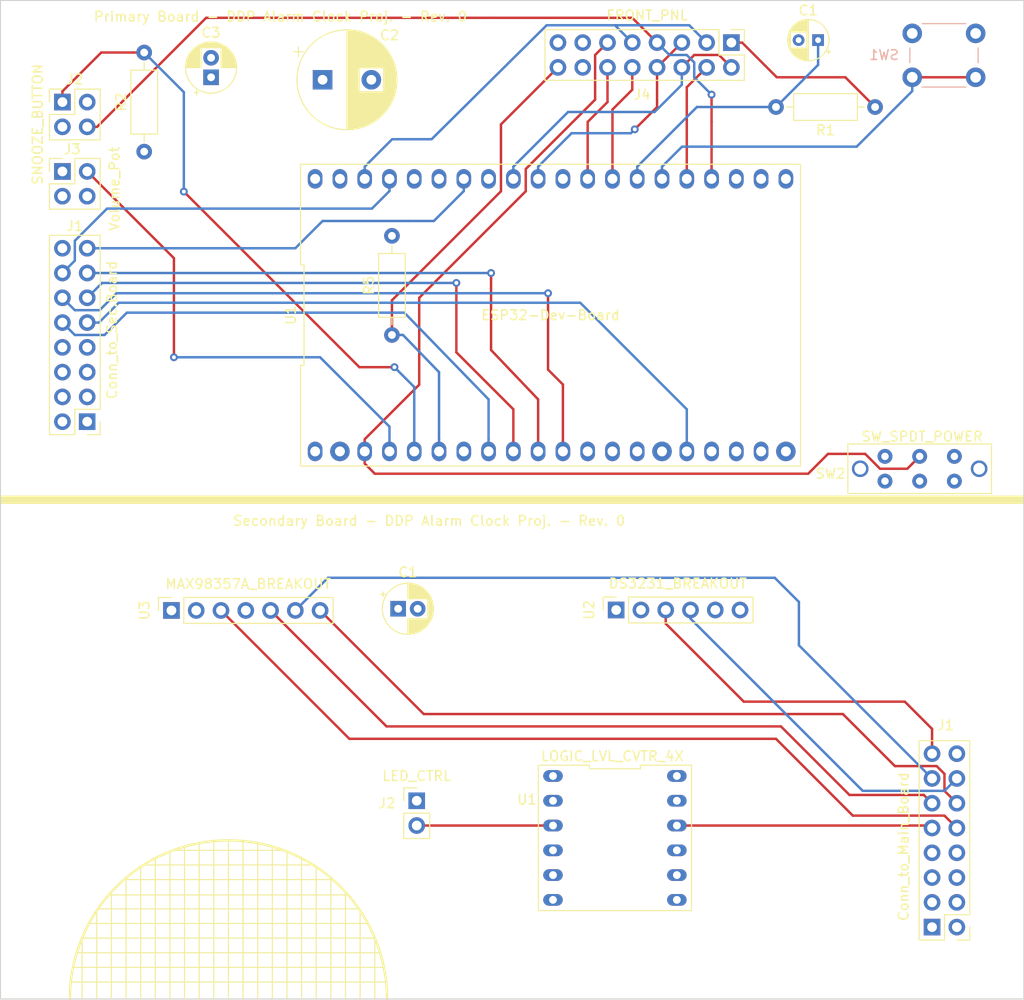
<source format=kicad_pcb>
(kicad_pcb (version 20171130) (host pcbnew "(5.1.5)-3")
  (layers (0 F.Cu signal) (1 PWR power hide) (2 GND power hide) (31 B.Cu signal) (34 B.Paste user) (35 F.Paste user) (36 B.SilkS user) (37 F.SilkS user) (38 B.Mask user) (39 F.Mask user) (44 Edge.Cuts user))
  (net 0 "")
  (net 1 GND)
  (net 2 "Net-(C1-Pad1)")
  (net 3 +5V)
  (net 4 +3V3)
  (net 5 /I2C_SDA)
  (net 6 /I2C_SCL)
  (net 7 /AUDIO_BCLK)
  (net 8 /AUDIO_LRC)
  (net 9 /AUDIO_DIN)
  (net 10 /AUDIO_SD)
  (net 11 /LED_CTRL)
  (net 12 /DIMMING)
  (net 13 /SNOOZE_SWITCH)
  (net 14 /VOLUME_SIG)
  (net 15 /T_IRQ)
  (net 16 /MISO)
  (net 17 /MOSI)
  (net 18 /T_CS)
  (net 19 /SCK)
  (net 20 /DC)
  (net 21 /RESET)
  (net 22 /CS)
  (net 23 /LIGHT_SENSE)
  (net 24 "Net-(SW1-Pad1)")
  (net 25 "Net-(SW2-Pad1)")
  (net 26 "Net-(U1-Pad0)")
  (net 27 "Net-(U1-Pad35)")
  (net 28 "Net-(U1-Pad34)")
  (net 29 "Net-(U1-Pad6)")
  (net 30 "Net-(U1-Pad29)")
  (net 31 "Net-(U1-Pad11)")
  (net 32 "Net-(U1-Pad12)")
  (net 33 "Net-(U1-Pad13)")
  (net 34 "Net-(U1-Pad16)")
  (net 35 "Net-(U1-Pad22)")
  (net 36 "Net-(U1-Pad17)")
  (net 37 "Net-(U1-Pad21)")
  (net 38 "Net-(U1-Pad18)")
  (net 39 "Net-(U1-Pad20)")
  (net 40 /LED_CTRL_5V)
  (net 41 "Net-(U1-Pad7)")
  (net 42 "Net-(U1-Pad5)")
  (net 43 "Net-(U1-Pad8)")
  (net 44 "Net-(U1-Pad4)")
  (net 45 "Net-(U1-Pad9)")
  (net 46 "Net-(U2-Pad6)")
  (net 47 "Net-(U2-Pad5)")
  (net 48 /AUDIO_SD_S)
  (net 49 /LED_CTRL_S)
  (net 50 /AUDIO_LRC_S)
  (net 51 /AUDIO_DIN_S)
  (net 52 /I2C_SCL_S)
  (net 53 /AUDIO_BCLK_S)
  (net 54 /I2C_SDA_S)
  (module AlarmClock:SW_SK22H03_2P2T_RA (layer F.Cu) (at 178.562 89.154)
    (fp_text reference SW2 (at -1.778 -2.032) (layer F.SilkS))
    (fp_text value SW_SPDT_POWER (at 7.62 -5.842) (layer F.SilkS))
    (pad "" np_thru_hole circle (at 13.462 -2.54) (size 1.7 1.7) (drill 1.2) (layers *.Cu *.Mask))
    (pad "" np_thru_hole circle (at 1.27 -2.54) (size 1.7 1.7) (drill 1.2) (layers *.Cu *.Mask))
    (pad 2 thru_hole circle (at 7.366 -3.81) (size 1.524 1.524) (drill 0.762) (layers *.Cu *.Mask) (net 21 /RESET))
    (pad 3 thru_hole circle (at 10.922 -3.81) (size 1.524 1.524) (drill 0.762) (layers *.Cu *.Mask) (net 1 GND))
    (pad 1 thru_hole circle (at 3.81 -3.81) (size 1.524 1.524) (drill 0.762) (layers *.Cu *.Mask) (net 25 "Net-(SW2-Pad1)"))
    (pad 6 thru_hole circle (at 10.922 -1.27) (size 1.524 1.524) (drill 0.762) (layers *.Cu *.Mask))
    (pad 5 thru_hole circle (at 7.366 -1.27) (size 1.524 1.524) (drill 0.762) (layers *.Cu *.Mask))
    (pad 4 thru_hole circle (at 3.81 -1.27) (size 1.524 1.524) (drill 0.762) (layers *.Cu *.Mask))
  )
  (module Button_Switch_THT:SW_PUSH_6mm (layer B.Cu) (at 185.166 46.482)
    (fp_text reference SW1 (at -2.8956 -2.286) (layer B.SilkS) (effects (justify mirror)))
    (fp_text value SW_Push_BOOT)
    (pad 1 thru_hole circle (at 6.5 0 270) (size 2 2) (drill 1.1) (layers *.Cu *.Mask) (net 24 "Net-(SW1-Pad1)"))
    (pad 2 thru_hole circle (at 6.5 -4.5 270) (size 2 2) (drill 1.1) (layers *.Cu *.Mask) (net 1 GND))
    (pad 1 thru_hole circle (at 0 0 270) (size 2 2) (drill 1.1) (layers *.Cu *.Mask) (net 24 "Net-(SW1-Pad1)"))
    (pad 2 thru_hole circle (at 0 -4.5 270) (size 2 2) (drill 1.1) (layers *.Cu *.Mask) (net 1 GND))
  )
  (module Resistor_THT:R_Axial_DIN0207_L6.3mm_D2.5mm_P10.16mm_Horizontal (layer F.Cu) (at 106.426 54.102 90)
    (fp_text reference R2 (at 5.08 -2.37 90) (layer F.SilkS))
    (fp_text value R_US_5K)
    (pad 1 thru_hole circle (at 0 0 90) (size 1.6 1.6) (drill 0.8) (layers *.Cu *.Mask) (net 4 +3V3))
    (pad 2 thru_hole oval (at 10.16 0 90) (size 1.6 1.6) (drill 0.8) (layers *.Cu *.Mask) (net 13 /SNOOZE_SWITCH))
  )
  (module Connector_PinHeader_2.54mm:PinHeader_2x02_P2.54mm_Vertical (layer F.Cu) (at 98.044 49.022)
    (fp_text reference J2 (at 1.27 -2.33) (layer F.SilkS))
    (fp_text value SNOOZE_BUTTON (at -2.54 2.286 90) (layer F.SilkS))
    (pad 4 thru_hole oval (at 2.54 2.54) (size 1.7 1.7) (drill 1) (layers *.Cu *.Mask) (net 12 /DIMMING))
    (pad 3 thru_hole oval (at 0 2.54) (size 1.7 1.7) (drill 1) (layers *.Cu *.Mask) (net 1 GND))
    (pad 2 thru_hole oval (at 2.54 0) (size 1.7 1.7) (drill 1) (layers *.Cu *.Mask) (net 1 GND))
    (pad 1 thru_hole rect (at 0 0) (size 1.7 1.7) (drill 1) (layers *.Cu *.Mask) (net 13 /SNOOZE_SWITCH))
  )
  (module Capacitor_THT:CP_Radial_D10.0mm_P5.00mm (layer F.Cu) (at 124.714 46.736)
    (fp_text reference C2 (at 6.858 -4.572) (layer F.SilkS))
    (fp_text value CP_1000uF)
    (pad 2 thru_hole circle (at 5 0) (size 2 2) (drill 1) (layers *.Cu *.Mask) (net 1 GND))
    (pad 1 thru_hole rect (at 0 0) (size 2 2) (drill 1) (layers *.Cu *.Mask) (net 3 +5V))
  )
  (module Connector_PinHeader_2.54mm:PinHeader_2x08_P2.54mm_Vertical (layer F.Cu) (at 166.624 42.926 270)
    (fp_text reference J4 (at 5.334 9.144 180) (layer F.SilkS))
    (fp_text value FRONT_PNL (at -2.794 8.636 180) (layer F.SilkS))
    (pad 1 thru_hole rect (at 0 0 270) (size 1.7 1.7) (drill 1) (layers *.Cu *.Mask) (net 15 /T_IRQ))
    (pad 2 thru_hole oval (at 2.54 0 270) (size 1.7 1.7) (drill 1) (layers *.Cu *.Mask) (net 16 /MISO))
    (pad 3 thru_hole oval (at 0 2.54 270) (size 1.7 1.7) (drill 1) (layers *.Cu *.Mask) (net 17 /MOSI))
    (pad 4 thru_hole oval (at 2.54 2.54 270) (size 1.7 1.7) (drill 1) (layers *.Cu *.Mask) (net 18 /T_CS))
    (pad 5 thru_hole oval (at 0 5.08 270) (size 1.7 1.7) (drill 1) (layers *.Cu *.Mask) (net 19 /SCK))
    (pad 6 thru_hole oval (at 2.54 5.08 270) (size 1.7 1.7) (drill 1) (layers *.Cu *.Mask) (net 16 /MISO))
    (pad 7 thru_hole oval (at 0 7.62 270) (size 1.7 1.7) (drill 1) (layers *.Cu *.Mask) (net 12 /DIMMING))
    (pad 8 thru_hole oval (at 2.54 7.62 270) (size 1.7 1.7) (drill 1) (layers *.Cu *.Mask) (net 19 /SCK))
    (pad 9 thru_hole oval (at 0 10.16 270) (size 1.7 1.7) (drill 1) (layers *.Cu *.Mask) (net 17 /MOSI))
    (pad 10 thru_hole oval (at 2.54 10.16 270) (size 1.7 1.7) (drill 1) (layers *.Cu *.Mask) (net 20 /DC))
    (pad 11 thru_hole oval (at 0 12.7 270) (size 1.7 1.7) (drill 1) (layers *.Cu *.Mask) (net 21 /RESET))
    (pad 12 thru_hole oval (at 2.54 12.7 270) (size 1.7 1.7) (drill 1) (layers *.Cu *.Mask) (net 22 /CS))
    (pad 13 thru_hole oval (at 0 15.24 270) (size 1.7 1.7) (drill 1) (layers *.Cu *.Mask) (net 1 GND))
    (pad 14 thru_hole oval (at 2.54 15.24 270) (size 1.7 1.7) (drill 1) (layers *.Cu *.Mask) (net 4 +3V3))
    (pad 15 thru_hole oval (at 0 17.78 270) (size 1.7 1.7) (drill 1) (layers *.Cu *.Mask) (net 4 +3V3))
    (pad 16 thru_hole oval (at 2.54 17.78 270) (size 1.7 1.7) (drill 1) (layers *.Cu *.Mask) (net 23 /LIGHT_SENSE))
  )
  (module AlarmClock:ESP32_DEV_BOARD (layer F.Cu) (at 148.082 70.866)
    (fp_text reference U1 (at -26.63 0 90) (layer F.SilkS))
    (fp_text value ESP32-Dev-Board (at 0 0) (layer F.SilkS))
    (pad 0 thru_hole oval (at -24.13 -13.97) (size 1.5 2) (drill 1.02) (layers *.Cu *.Mask) (net 26 "Net-(U1-Pad0)"))
    (pad 0 thru_hole oval (at -24.13 13.97) (size 1.5 2) (drill 1.02) (layers *.Cu *.Mask) (net 26 "Net-(U1-Pad0)"))
    (pad 38 thru_hole oval (at -21.59 -13.97) (size 1.5 2) (drill 1.02) (layers *.Cu *.Mask) (net 1 GND))
    (pad 1 thru_hole circle (at -21.59 13.97) (size 2 2) (drill 1.02) (layers *.Cu *.Mask) (net 4 +3V3))
    (pad 37 thru_hole oval (at -19.05 -13.97) (size 1.5 2) (drill 1.02) (layers *.Cu *.Mask) (net 17 /MOSI))
    (pad 2 thru_hole oval (at -19.05 13.97) (size 1.5 2) (drill 1.02) (layers *.Cu *.Mask) (net 21 /RESET))
    (pad 36 thru_hole oval (at -16.51 -13.97) (size 1.5 2) (drill 1.02) (layers *.Cu *.Mask) (net 6 /I2C_SCL))
    (pad 3 thru_hole oval (at -16.51 13.97) (size 1.5 2) (drill 1.02) (layers *.Cu *.Mask) (net 14 /VOLUME_SIG))
    (pad 35 thru_hole oval (at -13.97 -13.97) (size 1.5 2) (drill 1.02) (layers *.Cu *.Mask) (net 27 "Net-(U1-Pad35)"))
    (pad 4 thru_hole oval (at -13.97 13.97) (size 1.5 2) (drill 1.02) (layers *.Cu *.Mask) (net 13 /SNOOZE_SWITCH))
    (pad 34 thru_hole oval (at -11.43 -13.97) (size 1.5 2) (drill 1.02) (layers *.Cu *.Mask) (net 28 "Net-(U1-Pad34)"))
    (pad 5 thru_hole oval (at -11.43 13.97) (size 1.5 2) (drill 1.02) (layers *.Cu *.Mask) (net 23 /LIGHT_SENSE))
    (pad 33 thru_hole oval (at -8.89 -13.97) (size 1.5 2) (drill 1.02) (layers *.Cu *.Mask) (net 5 /I2C_SDA))
    (pad 6 thru_hole oval (at -8.89 13.97) (size 1.5 2) (drill 1.02) (layers *.Cu *.Mask) (net 29 "Net-(U1-Pad6)"))
    (pad 32 thru_hole oval (at -6.35 -13.97) (size 1.5 2) (drill 1.02) (layers *.Cu *.Mask) (net 1 GND))
    (pad 7 thru_hole oval (at -6.35 13.97) (size 1.5 2) (drill 1.02) (layers *.Cu *.Mask) (net 10 /AUDIO_SD))
    (pad 31 thru_hole oval (at -3.81 -13.97) (size 1.5 2) (drill 1.02) (layers *.Cu *.Mask) (net 16 /MISO))
    (pad 8 thru_hole oval (at -3.81 13.97) (size 1.5 2) (drill 1.02) (layers *.Cu *.Mask) (net 9 /AUDIO_DIN))
    (pad 30 thru_hole oval (at -1.27 -13.97) (size 1.5 2) (drill 1.02) (layers *.Cu *.Mask) (net 19 /SCK))
    (pad 9 thru_hole oval (at -1.27 13.97) (size 1.5 2) (drill 1.02) (layers *.Cu *.Mask) (net 7 /AUDIO_BCLK))
    (pad 29 thru_hole oval (at 1.27 -13.97) (size 1.5 2) (drill 1.02) (layers *.Cu *.Mask) (net 30 "Net-(U1-Pad29)"))
    (pad 10 thru_hole oval (at 1.27 13.97) (size 1.5 2) (drill 1.02) (layers *.Cu *.Mask) (net 8 /AUDIO_LRC))
    (pad 28 thru_hole oval (at 3.81 -13.97) (size 1.5 2) (drill 1.02) (layers *.Cu *.Mask) (net 22 /CS))
    (pad 11 thru_hole oval (at 3.81 13.97) (size 1.5 2) (drill 1.02) (layers *.Cu *.Mask) (net 31 "Net-(U1-Pad11)"))
    (pad 27 thru_hole oval (at 6.35 -13.97) (size 1.5 2) (drill 1.02) (layers *.Cu *.Mask) (net 20 /DC))
    (pad 12 thru_hole oval (at 6.35 13.97) (size 1.5 2) (drill 1.02) (layers *.Cu *.Mask) (net 32 "Net-(U1-Pad12)"))
    (pad 26 thru_hole oval (at 8.89 -13.97) (size 1.5 2) (drill 1.02) (layers *.Cu *.Mask) (net 2 "Net-(C1-Pad1)"))
    (pad 13 thru_hole oval (at 8.89 13.97) (size 1.5 2) (drill 1.02) (layers *.Cu *.Mask) (net 33 "Net-(U1-Pad13)"))
    (pad 25 thru_hole oval (at 11.43 -13.97) (size 1.5 2) (drill 1.02) (layers *.Cu *.Mask) (net 24 "Net-(SW1-Pad1)"))
    (pad 14 thru_hole circle (at 11.43 13.97) (size 2 2) (drill 1.02) (layers *.Cu *.Mask) (net 1 GND))
    (pad 24 thru_hole oval (at 13.97 -13.97) (size 1.5 2) (drill 1.02) (layers *.Cu *.Mask) (net 18 /T_CS))
    (pad 15 thru_hole oval (at 13.97 13.97) (size 1.5 2) (drill 1.02) (layers *.Cu *.Mask) (net 11 /LED_CTRL))
    (pad 23 thru_hole oval (at 16.51 -13.97) (size 1.5 2) (drill 1.02) (layers *.Cu *.Mask) (net 12 /DIMMING))
    (pad 16 thru_hole oval (at 16.51 13.97) (size 1.5 2) (drill 1.02) (layers *.Cu *.Mask) (net 34 "Net-(U1-Pad16)"))
    (pad 22 thru_hole oval (at 19.05 -13.97) (size 1.5 2) (drill 1.02) (layers *.Cu *.Mask) (net 35 "Net-(U1-Pad22)"))
    (pad 17 thru_hole oval (at 19.05 13.97) (size 1.5 2) (drill 1.02) (layers *.Cu *.Mask) (net 36 "Net-(U1-Pad17)"))
    (pad 21 thru_hole oval (at 21.59 -13.97) (size 1.5 2) (drill 1.02) (layers *.Cu *.Mask) (net 37 "Net-(U1-Pad21)"))
    (pad 18 thru_hole oval (at 21.59 13.97) (size 1.5 2) (drill 1.02) (layers *.Cu *.Mask) (net 38 "Net-(U1-Pad18)"))
    (pad 20 thru_hole oval (at 24.13 -13.97) (size 1.5 2) (drill 1.02) (layers *.Cu *.Mask) (net 39 "Net-(U1-Pad20)"))
    (pad 19 thru_hole circle (at 24.13 13.97) (size 2 2) (drill 1.02) (layers *.Cu *.Mask) (net 3 +5V))
  )
  (module Connector_PinHeader_2.54mm:PinHeader_2x08_P2.54mm_Vertical (layer F.Cu) (at 100.584 81.788 180)
    (fp_text reference J1 (at 1.27 20.066) (layer F.SilkS))
    (fp_text value Conn_to_Sec.Board (at -2.54 9.398 90) (layer F.SilkS))
    (pad 16 thru_hole oval (at 2.54 17.78 180) (size 1.7 1.7) (drill 1) (layers *.Cu *.Mask))
    (pad 15 thru_hole oval (at 0 17.78 180) (size 1.7 1.7) (drill 1) (layers *.Cu *.Mask) (net 5 /I2C_SDA))
    (pad 14 thru_hole oval (at 2.54 15.24 180) (size 1.7 1.7) (drill 1) (layers *.Cu *.Mask) (net 6 /I2C_SCL))
    (pad 13 thru_hole oval (at 0 15.24 180) (size 1.7 1.7) (drill 1) (layers *.Cu *.Mask) (net 7 /AUDIO_BCLK))
    (pad 12 thru_hole oval (at 2.54 12.7 180) (size 1.7 1.7) (drill 1) (layers *.Cu *.Mask) (net 8 /AUDIO_LRC))
    (pad 11 thru_hole oval (at 0 12.7 180) (size 1.7 1.7) (drill 1) (layers *.Cu *.Mask) (net 9 /AUDIO_DIN))
    (pad 10 thru_hole oval (at 2.54 10.16 180) (size 1.7 1.7) (drill 1) (layers *.Cu *.Mask) (net 10 /AUDIO_SD))
    (pad 9 thru_hole oval (at 0 10.16 180) (size 1.7 1.7) (drill 1) (layers *.Cu *.Mask) (net 11 /LED_CTRL))
    (pad 8 thru_hole oval (at 2.54 7.62 180) (size 1.7 1.7) (drill 1) (layers *.Cu *.Mask) (net 4 +3V3))
    (pad 7 thru_hole oval (at 0 7.62 180) (size 1.7 1.7) (drill 1) (layers *.Cu *.Mask) (net 4 +3V3))
    (pad 6 thru_hole oval (at 2.54 5.08 180) (size 1.7 1.7) (drill 1) (layers *.Cu *.Mask) (net 1 GND))
    (pad 5 thru_hole oval (at 0 5.08 180) (size 1.7 1.7) (drill 1) (layers *.Cu *.Mask) (net 1 GND))
    (pad 4 thru_hole oval (at 2.54 2.54 180) (size 1.7 1.7) (drill 1) (layers *.Cu *.Mask) (net 3 +5V))
    (pad 3 thru_hole oval (at 0 2.54 180) (size 1.7 1.7) (drill 1) (layers *.Cu *.Mask) (net 3 +5V))
    (pad 2 thru_hole oval (at 2.54 0 180) (size 1.7 1.7) (drill 1) (layers *.Cu *.Mask) (net 1 GND))
    (pad 1 thru_hole rect (at 0 0 180) (size 1.7 1.7) (drill 1) (layers *.Cu *.Mask) (net 1 GND))
  )
  (module Connector_PinHeader_2.54mm:PinHeader_2x02_P2.54mm_Vertical (layer F.Cu) (at 98.044 56.134)
    (fp_text reference J3 (at 1.016 -2.286) (layer F.SilkS))
    (fp_text value Volume_Pot (at 5.334 1.778 90) (layer F.SilkS))
    (pad 1 thru_hole rect (at 0 0) (size 1.7 1.7) (drill 1) (layers *.Cu *.Mask) (net 4 +3V3))
    (pad 2 thru_hole oval (at 2.54 0) (size 1.7 1.7) (drill 1) (layers *.Cu *.Mask) (net 14 /VOLUME_SIG))
    (pad 3 thru_hole oval (at 0 2.54) (size 1.7 1.7) (drill 1) (layers *.Cu *.Mask) (net 1 GND))
    (pad 4 thru_hole oval (at 2.54 2.54) (size 1.7 1.7) (drill 1) (layers *.Cu *.Mask))
  )
  (module Resistor_THT:R_Axial_DIN0207_L6.3mm_D2.5mm_P10.16mm_Horizontal (layer F.Cu) (at 181.356 49.53 180)
    (fp_text reference R1 (at 5.08 -2.37) (layer F.SilkS))
    (fp_text value R_5k)
    (pad 2 thru_hole oval (at 10.16 0 180) (size 1.6 1.6) (drill 0.8) (layers *.Cu *.Mask) (net 2 "Net-(C1-Pad1)"))
    (pad 1 thru_hole circle (at 0 0 180) (size 1.6 1.6) (drill 0.8) (layers *.Cu *.Mask) (net 15 /T_IRQ))
  )
  (module Capacitor_THT:CP_Radial_D4.0mm_P2.00mm (layer F.Cu) (at 175.514 42.672 180)
    (fp_text reference C1 (at 1.016 3.048) (layer F.SilkS))
    (fp_text value CP_.1Uf)
    (pad 2 thru_hole circle (at 2 0 180) (size 1.2 1.2) (drill 0.6) (layers *.Cu *.Mask) (net 1 GND))
    (pad 1 thru_hole rect (at 0 0 180) (size 1.2 1.2) (drill 0.6) (layers *.Cu *.Mask) (net 2 "Net-(C1-Pad1)"))
  )
  (module Resistor_THT:R_Axial_DIN0207_L6.3mm_D2.5mm_P10.16mm_Horizontal (layer F.Cu) (at 131.826 72.898 90)
    (fp_text reference R5 (at 5.08 -2.37 90) (layer F.SilkS))
    (fp_text value R_51K)
    (pad 2 thru_hole oval (at 10.16 0 90) (size 1.6 1.6) (drill 0.8) (layers *.Cu *.Mask) (net 1 GND))
    (pad 1 thru_hole circle (at 0 0 90) (size 1.6 1.6) (drill 0.8) (layers *.Cu *.Mask) (net 23 /LIGHT_SENSE))
  )
  (module Capacitor_THT:CP_Radial_D5.0mm_P2.00mm (layer F.Cu) (at 113.284 46.482 90)
    (fp_text reference C3 (at 4.572 0 180) (layer F.SilkS))
    (fp_text value CP_220uF)
    (pad 2 thru_hole circle (at 2 0 90) (size 1.6 1.6) (drill 0.8) (layers *.Cu *.Mask) (net 1 GND))
    (pad 1 thru_hole rect (at 0 0 90) (size 1.6 1.6) (drill 0.8) (layers *.Cu *.Mask) (net 4 +3V3))
  )
  (module Connector_PinSocket_2.54mm:PinSocket_1x06_P2.54mm_Vertical (layer F.Cu) (at 154.813 101.092 90)
    (fp_text reference U2 (at 0 -2.77 90) (layer F.SilkS))
    (fp_text value DS3231_BREAKOUT (at 2.714001 6.313999 180) (layer F.SilkS))
    (pad 6 thru_hole oval (at 0 12.7 90) (size 1.7 1.7) (drill 1) (layers *.Cu *.Mask) (net 46 "Net-(U2-Pad6)"))
    (pad 5 thru_hole oval (at 0 10.16 90) (size 1.7 1.7) (drill 1) (layers *.Cu *.Mask) (net 47 "Net-(U2-Pad5)"))
    (pad 4 thru_hole oval (at 0 7.62 90) (size 1.7 1.7) (drill 1) (layers *.Cu *.Mask) (net 52 /I2C_SCL_S))
    (pad 3 thru_hole oval (at 0 5.08 90) (size 1.7 1.7) (drill 1) (layers *.Cu *.Mask) (net 54 /I2C_SDA_S))
    (pad 2 thru_hole oval (at 0 2.54 90) (size 1.7 1.7) (drill 1) (layers *.Cu *.Mask) (net 4 +3V3))
    (pad 1 thru_hole rect (at 0 0 90) (size 1.7 1.7) (drill 1) (layers *.Cu *.Mask) (net 1 GND))
  )
  (module Connector_PinHeader_2.54mm:PinHeader_1x02_P2.54mm_Vertical (layer F.Cu) (at 134.366 120.65)
    (fp_text reference J2 (at -3.048 0.254) (layer F.SilkS))
    (fp_text value LED_CTRL (at 0 -2.54) (layer F.SilkS))
    (pad 2 thru_hole oval (at 0 2.54) (size 1.7 1.7) (drill 1) (layers *.Cu *.Mask) (net 40 /LED_CTRL_5V))
    (pad 1 thru_hole rect (at 0 0) (size 1.7 1.7) (drill 1) (layers *.Cu *.Mask) (net 1 GND))
  )
  (module AlarmClock:PinHeader_2x08_P2.54mm_Vertical_REV (layer F.Cu) (at 189.738 133.604 180)
    (fp_text reference J1 (at 1.143 20.701) (layer F.SilkS))
    (fp_text value Conn_to_Main_Board (at 5.461 8.255 90) (layer F.SilkS))
    (pad 2 thru_hole circle (at 0 0 180) (size 1.7 1.7) (drill 1) (layers *.Cu *.Mask) (net 1 GND))
    (pad 1 thru_hole rect (at 2.54 0 180) (size 1.7 1.7) (drill 1) (layers *.Cu *.Mask) (net 1 GND))
    (pad 4 thru_hole oval (at 0 2.54 180) (size 1.7 1.7) (drill 1) (layers *.Cu *.Mask) (net 3 +5V))
    (pad 3 thru_hole oval (at 2.54 2.54 180) (size 1.7 1.7) (drill 1) (layers *.Cu *.Mask) (net 3 +5V))
    (pad 6 thru_hole oval (at 0 5.08 180) (size 1.7 1.7) (drill 1) (layers *.Cu *.Mask) (net 1 GND))
    (pad 5 thru_hole oval (at 2.54 5.08 180) (size 1.7 1.7) (drill 1) (layers *.Cu *.Mask) (net 1 GND))
    (pad 8 thru_hole oval (at 0 7.62 180) (size 1.7 1.7) (drill 1) (layers *.Cu *.Mask) (net 4 +3V3))
    (pad 7 thru_hole oval (at 2.54 7.62 180) (size 1.7 1.7) (drill 1) (layers *.Cu *.Mask) (net 4 +3V3))
    (pad 10 thru_hole oval (at 0 10.16 180) (size 1.7 1.7) (drill 1) (layers *.Cu *.Mask) (net 48 /AUDIO_SD_S))
    (pad 9 thru_hole oval (at 2.54 10.16 180) (size 1.7 1.7) (drill 1) (layers *.Cu *.Mask) (net 49 /LED_CTRL_S))
    (pad 12 thru_hole oval (at 0 12.7 180) (size 1.7 1.7) (drill 1) (layers *.Cu *.Mask) (net 50 /AUDIO_LRC_S))
    (pad 11 thru_hole oval (at 2.54 12.7 180) (size 1.7 1.7) (drill 1) (layers *.Cu *.Mask) (net 51 /AUDIO_DIN_S))
    (pad 14 thru_hole oval (at 0 15.24 180) (size 1.7 1.7) (drill 1) (layers *.Cu *.Mask) (net 52 /I2C_SCL_S))
    (pad 13 thru_hole oval (at 2.54 15.24 180) (size 1.7 1.7) (drill 1) (layers *.Cu *.Mask) (net 53 /AUDIO_BCLK_S))
    (pad 16 thru_hole oval (at 0 17.78 180) (size 1.7 1.7) (drill 1) (layers *.Cu *.Mask))
    (pad 15 thru_hole oval (at 2.54 17.78 180) (size 1.7 1.7) (drill 1) (layers *.Cu *.Mask) (net 54 /I2C_SDA_S))
  )
  (module Connector_PinSocket_2.54mm:PinSocket_1x07_P2.54mm_Vertical (layer F.Cu) (at 109.22 101.139001 90)
    (fp_text reference U3 (at 0 -2.77 90) (layer F.SilkS))
    (fp_text value MAX98357A_BREAKOUT (at 2.714001 7.874 180) (layer F.SilkS))
    (pad 7 thru_hole oval (at 0 15.24 90) (size 1.7 1.7) (drill 1) (layers *.Cu *.Mask) (net 50 /AUDIO_LRC_S))
    (pad 6 thru_hole oval (at 0 12.7 90) (size 1.7 1.7) (drill 1) (layers *.Cu *.Mask) (net 53 /AUDIO_BCLK_S))
    (pad 5 thru_hole oval (at 0 10.16 90) (size 1.7 1.7) (drill 1) (layers *.Cu *.Mask) (net 51 /AUDIO_DIN_S))
    (pad 4 thru_hole oval (at 0 7.62 90) (size 1.7 1.7) (drill 1) (layers *.Cu *.Mask) (net 4 +3V3))
    (pad 3 thru_hole oval (at 0 5.08 90) (size 1.7 1.7) (drill 1) (layers *.Cu *.Mask) (net 48 /AUDIO_SD_S))
    (pad 2 thru_hole oval (at 0 2.54 90) (size 1.7 1.7) (drill 1) (layers *.Cu *.Mask) (net 1 GND))
    (pad 1 thru_hole rect (at 0 0 90) (size 1.7 1.7) (drill 1) (layers *.Cu *.Mask) (net 4 +3V3))
  )
  (module AlarmClock:LOGIC_LVL_CVTR_X4 (layer F.Cu) (at 147.066 132.08)
    (fp_text reference U1 (at -1.397 -11.557) (layer F.SilkS))
    (fp_text value LOGIC_LVL_CVTR_4X (at 7.366 -16.002) (layer F.SilkS))
    (pad 6 thru_hole oval (at 1.27 -1.27 270) (size 1.2 2) (drill 0.8) (layers *.Cu *.Mask) (net 29 "Net-(U1-Pad6)"))
    (pad 7 thru_hole oval (at 13.97 -1.27 270) (size 1.2 2) (drill 0.8) (layers *.Cu *.Mask) (net 41 "Net-(U1-Pad7)"))
    (pad 5 thru_hole oval (at 1.27 -3.81 270) (size 1.2 2) (drill 0.8) (layers *.Cu *.Mask) (net 42 "Net-(U1-Pad5)"))
    (pad 8 thru_hole oval (at 13.97 -3.81 270) (size 1.2 2) (drill 0.8) (layers *.Cu *.Mask) (net 43 "Net-(U1-Pad8)"))
    (pad 4 thru_hole oval (at 1.27 -6.35 270) (size 1.2 2) (drill 0.8) (layers *.Cu *.Mask) (net 44 "Net-(U1-Pad4)"))
    (pad 9 thru_hole oval (at 13.97 -6.35 270) (size 1.2 2) (drill 0.8) (layers *.Cu *.Mask) (net 45 "Net-(U1-Pad9)"))
    (pad 3 thru_hole oval (at 1.27 -8.89 270) (size 1.2 2) (drill 0.8) (layers *.Cu *.Mask) (net 40 /LED_CTRL_5V))
    (pad 10 thru_hole oval (at 13.97 -8.89 270) (size 1.2 2) (drill 0.8) (layers *.Cu *.Mask) (net 49 /LED_CTRL_S))
    (pad 2 thru_hole oval (at 1.27 -11.43 270) (size 1.2 2) (drill 0.8) (layers *.Cu *.Mask) (net 1 GND))
    (pad 11 thru_hole oval (at 13.97 -11.43 270) (size 1.2 2) (drill 0.8) (layers *.Cu *.Mask) (net 1 GND))
    (pad 1 thru_hole oval (at 1.27 -13.97 270) (size 1.2 2) (drill 0.8) (layers *.Cu *.Mask) (net 3 +5V))
    (pad 12 thru_hole oval (at 13.97 -13.97 270) (size 1.2 2) (drill 0.8) (layers *.Cu *.Mask) (net 4 +3V3))
  )
  (module Capacitor_THT:CP_Radial_D5.0mm_P2.00mm (layer F.Cu) (at 132.461 100.965)
    (fp_text reference C1 (at 1 -3.75) (layer F.SilkS))
    (fp_text value 100uF)
    (pad 2 thru_hole circle (at 2 0) (size 1.6 1.6) (drill 0.8) (layers *.Cu *.Mask) (net 1 GND))
    (pad 1 thru_hole rect (at 0 0) (size 1.6 1.6) (drill 0.8) (layers *.Cu *.Mask) (net 4 +3V3))
  )
  (gr_line (start 100.062 134.747) (end 100.062 140.97) (layer F.SilkS) (width 0.12))
  (gr_line (start 101.562 131.953) (end 101.562 140.97) (layer F.SilkS) (width 0.12))
  (gr_line (start 103.062 130.048) (end 103.062 140.97) (layer F.SilkS) (width 0.12))
  (gr_line (start 104.562 128.651) (end 104.562 140.97) (layer F.SilkS) (width 0.12))
  (gr_line (start 106.062 127.508) (end 106.062 140.97) (layer F.SilkS) (width 0.12))
  (gr_line (start 107.562 126.619) (end 107.562 140.97) (layer F.SilkS) (width 0.12))
  (gr_line (start 109.062 125.857) (end 109.062 140.97) (layer F.SilkS) (width 0.12))
  (gr_line (start 110.562 125.349) (end 110.562 140.97) (layer F.SilkS) (width 0.12))
  (gr_line (start 112.062 124.968) (end 112.062 140.97) (layer F.SilkS) (width 0.12))
  (gr_line (start 113.562 124.714) (end 113.562 140.97) (layer F.SilkS) (width 0.12))
  (gr_line (start 130.062 134.62) (end 130.062 140.97) (layer F.SilkS) (width 0.12))
  (gr_line (start 128.562 131.953) (end 128.562 140.97) (layer F.SilkS) (width 0.12))
  (gr_line (start 127.062 130.048) (end 127.062 140.97) (layer F.SilkS) (width 0.12))
  (gr_line (start 125.562 128.524) (end 125.562 140.97) (layer F.SilkS) (width 0.12))
  (gr_line (start 124.062 127.508) (end 124.062 140.97) (layer F.SilkS) (width 0.12))
  (gr_line (start 122.555 126.619) (end 122.562 140.97) (layer F.SilkS) (width 0.12))
  (gr_line (start 121.062 125.857) (end 121.062 140.97) (layer F.SilkS) (width 0.12))
  (gr_line (start 119.562 125.349) (end 119.562 140.97) (layer F.SilkS) (width 0.12))
  (gr_line (start 118.062 124.968) (end 118.062 140.97) (layer F.SilkS) (width 0.12))
  (gr_line (start 116.562 124.714) (end 116.562 140.97) (layer F.SilkS) (width 0.12))
  (gr_line (start 98.933 139.23) (end 131.191 139.23) (layer F.SilkS) (width 0.12))
  (gr_line (start 99.187 137.73) (end 130.937 137.73) (layer F.SilkS) (width 0.12))
  (gr_line (start 99.568 136.23) (end 130.556 136.23) (layer F.SilkS) (width 0.12))
  (gr_line (start 100.076 134.73) (end 130.048 134.73) (layer F.SilkS) (width 0.12))
  (gr_line (start 100.838 133.23) (end 129.286 133.23) (layer F.SilkS) (width 0.12))
  (gr_line (start 101.6 131.73) (end 128.524 131.73) (layer F.SilkS) (width 0.12))
  (gr_line (start 102.87 130.302) (end 127.254 130.302) (layer F.SilkS) (width 0.12))
  (gr_line (start 104.394 128.73) (end 125.73 128.73) (layer F.SilkS) (width 0.12))
  (gr_line (start 106.426 127.23) (end 123.698 127.23) (layer F.SilkS) (width 0.12))
  (gr_line (start 109.474 125.73) (end 120.65 125.73) (layer F.SilkS) (width 0.12))
  (gr_line (start 115.062 124.714) (end 115.062 140.97) (layer F.SilkS) (width 0.12))
  (gr_poly (pts (xy 196.596 90.17) (xy 91.694 90.17) (xy 91.694 89.408) (xy 196.596 89.408)) (layer F.SilkS) (width 0.1))
  (gr_line (start 196.596 89.408) (end 196.596 90.17) (layer Edge.Cuts) (width 0.1))
  (gr_line (start 91.694 89.408) (end 91.694 90.17) (layer Edge.Cuts) (width 0.1))
  (gr_line (start 91.694 89.408) (end 91.694 38.608) (layer Edge.Cuts) (width 0.1))
  (gr_line (start 196.596 38.608) (end 196.596 89.408) (layer Edge.Cuts) (width 0.1))
  (gr_line (start 91.694 38.608) (end 196.596 38.608) (layer Edge.Cuts) (width 0.1))
  (gr_text "Primary Board - DDP Alarm Clock Proj. - Rev. 0" (at 120.396 40.259) (layer F.SilkS) (effects (font (size 1 1))))
  (gr_text "Secondary Board - DDP Alarm Clock Proj. - Rev. 0" (at 135.636 91.948) (layer F.SilkS) (effects (font (size 1 1))))
  (gr_line (start 196.596 140.97) (end 91.694 140.97) (layer Edge.Cuts) (width 0.1))
  (gr_line (start 91.694 140.97) (end 91.694 90.17) (layer Edge.Cuts) (width 0.1))
  (gr_line (start 196.596 90.17) (end 196.596 140.97) (layer Edge.Cuts) (width 0.1))
  (gr_arc (start 115.062 140.97) (end 131.318 140.97) (angle -180) (layer F.SilkS) (width 0.25))
  (segment (start 171.196 49.53) (end 163.088 49.53) (width 0.25) (layer B.Cu) (net 2))
  (segment (start 175.514 45.212) (end 175.514 42.672) (width 0.25) (layer B.Cu) (net 2))
  (segment (start 163.088 49.53) (end 156.972 55.646) (width 0.25) (layer B.Cu) (net 2))
  (segment (start 171.196 49.53) (end 175.514 45.212) (width 0.25) (layer B.Cu) (net 2))
  (segment (start 156.972 55.646) (end 156.972 56.896) (width 0.25) (layer B.Cu) (net 2))
  (segment (start 148.59 118.11) (end 148.336 118.11) (width 0.5) (layer B.Cu) (net 3))
  (segment (start 136.124 61.214) (end 139.192 58.146) (width 0.25) (layer B.Cu) (net 5))
  (segment (start 133.604 61.214) (end 136.124 61.214) (width 0.25) (layer B.Cu) (net 5))
  (segment (start 121.92 64.008) (end 124.714 61.214) (width 0.25) (layer B.Cu) (net 5))
  (segment (start 100.584 64.008) (end 121.92 64.008) (width 0.25) (layer B.Cu) (net 5))
  (segment (start 124.714 61.214) (end 133.604 61.214) (width 0.25) (layer B.Cu) (net 5))
  (segment (start 139.192 58.146) (end 139.192 56.896) (width 0.25) (layer B.Cu) (net 5))
  (segment (start 99.314 65.278) (end 99.314 63.246) (width 0.25) (layer B.Cu) (net 6))
  (segment (start 98.044 66.548) (end 99.314 65.278) (width 0.25) (layer B.Cu) (net 6))
  (segment (start 129.774 59.944) (end 131.572 58.146) (width 0.25) (layer B.Cu) (net 6))
  (segment (start 131.572 58.146) (end 131.572 56.896) (width 0.25) (layer B.Cu) (net 6))
  (segment (start 99.314 63.246) (end 102.616 59.944) (width 0.25) (layer B.Cu) (net 6))
  (segment (start 102.616 59.944) (end 129.774 59.944) (width 0.25) (layer B.Cu) (net 6))
  (segment (start 141.986 74.442) (end 141.986 67.113685) (width 0.25) (layer F.Cu) (net 7))
  (segment (start 146.812 84.836) (end 146.812 79.502) (width 0.25) (layer F.Cu) (net 7))
  (segment (start 141.986 67.113685) (end 141.986 66.548) (width 0.25) (layer F.Cu) (net 7))
  (segment (start 146.812 79.502) (end 141.986 74.442) (width 0.25) (layer F.Cu) (net 7))
  (segment (start 100.584 66.548) (end 141.986 66.548) (width 0.25) (layer B.Cu) (net 7))
  (via (at 141.986 66.548) (size 0.8) (drill 0.4) (layers F.Cu B.Cu) (net 7))
  (segment (start 103.59501 68.61699) (end 147.262311 68.61699) (width 0.25) (layer B.Cu) (net 8))
  (segment (start 147.262311 68.61699) (end 147.827996 68.61699) (width 0.25) (layer B.Cu) (net 8))
  (segment (start 101.854 70.358) (end 103.59501 68.61699) (width 0.25) (layer B.Cu) (net 8))
  (segment (start 98.044 69.088) (end 99.314 70.358) (width 0.25) (layer B.Cu) (net 8))
  (segment (start 99.314 70.358) (end 101.854 70.358) (width 0.25) (layer B.Cu) (net 8))
  (via (at 147.827996 68.61699) (size 0.8) (drill 0.4) (layers F.Cu B.Cu) (net 8))
  (segment (start 149.352 77.978) (end 149.352 84.836) (width 0.25) (layer F.Cu) (net 8))
  (segment (start 147.827996 68.61699) (end 147.827996 76.453996) (width 0.25) (layer F.Cu) (net 8))
  (segment (start 147.827996 76.453996) (end 149.352 77.978) (width 0.25) (layer F.Cu) (net 8))
  (segment (start 137.864315 67.564012) (end 138.43 67.564012) (width 0.25) (layer B.Cu) (net 9))
  (segment (start 100.584 69.088) (end 102.107988 67.564012) (width 0.25) (layer B.Cu) (net 9))
  (segment (start 138.43 74.676) (end 144.272 80.518) (width 0.25) (layer F.Cu) (net 9))
  (segment (start 102.107988 67.564012) (end 137.864315 67.564012) (width 0.25) (layer B.Cu) (net 9))
  (segment (start 144.272 80.518) (end 144.272 84.836) (width 0.25) (layer F.Cu) (net 9))
  (segment (start 138.43 74.676) (end 138.43 67.564012) (width 0.25) (layer F.Cu) (net 9))
  (via (at 138.43 67.564012) (size 0.8) (drill 0.4) (layers F.Cu B.Cu) (net 9))
  (segment (start 104.648 70.612) (end 133.096 70.612) (width 0.25) (layer B.Cu) (net 10))
  (segment (start 133.096 70.612) (end 141.732 79.502) (width 0.25) (layer B.Cu) (net 10))
  (segment (start 102.362 72.898) (end 104.648 70.612) (width 0.25) (layer B.Cu) (net 10))
  (segment (start 141.732 84.836) (end 141.732 83.586) (width 0.25) (layer B.Cu) (net 10))
  (segment (start 99.314 72.898) (end 102.362 72.898) (width 0.25) (layer B.Cu) (net 10))
  (segment (start 98.044 71.628) (end 99.314 72.898) (width 0.25) (layer B.Cu) (net 10))
  (segment (start 141.732 83.586) (end 141.732 79.502) (width 0.25) (layer B.Cu) (net 10))
  (segment (start 162.052 80.518) (end 151.13 69.596) (width 0.25) (layer B.Cu) (net 11))
  (segment (start 101.786081 71.628) (end 103.818081 69.596) (width 0.25) (layer B.Cu) (net 11))
  (segment (start 103.818081 69.596) (end 151.13 69.596) (width 0.25) (layer B.Cu) (net 11))
  (segment (start 162.052 84.836) (end 162.052 80.518) (width 0.25) (layer B.Cu) (net 11))
  (segment (start 100.584 71.628) (end 101.786081 71.628) (width 0.25) (layer B.Cu) (net 11))
  (segment (start 101.6 51.562) (end 112.776 40.386) (width 0.25) (layer F.Cu) (net 12))
  (segment (start 100.584 51.562) (end 101.6 51.562) (width 0.25) (layer F.Cu) (net 12))
  (segment (start 112.776 40.386) (end 142.24 40.386) (width 0.25) (layer F.Cu) (net 12))
  (segment (start 142.24 40.386) (end 156.464 40.386) (width 0.25) (layer F.Cu) (net 12))
  (segment (start 164.592 51.054) (end 164.592 51.054) (width 0.25) (layer F.Cu) (net 12))
  (via (at 164.592 48.26) (size 0.8) (drill 0.4) (layers F.Cu B.Cu) (net 12))
  (segment (start 164.592 56.896) (end 164.592 48.26) (width 0.25) (layer F.Cu) (net 12))
  (segment (start 158.154001 42.076001) (end 156.464 40.386) (width 0.25) (layer F.Cu) (net 12))
  (segment (start 159.004 42.926) (end 158.154001 42.076001) (width 0.25) (layer F.Cu) (net 12))
  (segment (start 159.853999 43.775999) (end 159.004 42.926) (width 0.25) (layer B.Cu) (net 12))
  (segment (start 162.814 46.482) (end 162.814 44.958) (width 0.25) (layer B.Cu) (net 12))
  (segment (start 162.814 44.958) (end 162.052 44.196) (width 0.25) (layer B.Cu) (net 12))
  (segment (start 164.592 48.26) (end 162.814 46.482) (width 0.25) (layer B.Cu) (net 12))
  (segment (start 162.052 44.196) (end 160.274 44.196) (width 0.25) (layer B.Cu) (net 12))
  (segment (start 160.274 44.196) (end 159.853999 43.775999) (width 0.25) (layer B.Cu) (net 12))
  (segment (start 128.48701 76.2) (end 110.889999 58.602989) (width 0.25) (layer F.Cu) (net 13))
  (segment (start 132.08 76.2) (end 128.48701 76.2) (width 0.25) (layer F.Cu) (net 13))
  (segment (start 98.044 47.922) (end 102.024 43.942) (width 0.25) (layer F.Cu) (net 13))
  (segment (start 134.112 78.232) (end 132.08 76.2) (width 0.25) (layer B.Cu) (net 13))
  (segment (start 110.889999 58.602989) (end 110.49 58.20299) (width 0.25) (layer F.Cu) (net 13))
  (segment (start 106.426 43.942) (end 110.49 48.006) (width 0.25) (layer B.Cu) (net 13))
  (segment (start 110.49 48.006) (end 110.49 58.20299) (width 0.25) (layer B.Cu) (net 13))
  (segment (start 98.044 49.022) (end 98.044 47.922) (width 0.25) (layer F.Cu) (net 13))
  (segment (start 134.112 84.836) (end 134.112 78.232) (width 0.25) (layer B.Cu) (net 13))
  (segment (start 105.29463 43.942) (end 106.426 43.942) (width 0.25) (layer F.Cu) (net 13))
  (segment (start 102.024 43.942) (end 105.29463 43.942) (width 0.25) (layer F.Cu) (net 13))
  (via (at 132.08 76.2) (size 0.8) (drill 0.4) (layers F.Cu B.Cu) (net 13))
  (via (at 110.49 58.20299) (size 0.8) (drill 0.4) (layers F.Cu B.Cu) (net 13))
  (segment (start 109.474 75.184) (end 109.474 65.024) (width 0.25) (layer F.Cu) (net 14))
  (segment (start 109.474 65.024) (end 100.584 56.134) (width 0.25) (layer F.Cu) (net 14))
  (via (at 109.474 75.184) (size 0.8) (drill 0.4) (layers F.Cu B.Cu) (net 14))
  (segment (start 124.46 75.184) (end 109.474 75.184) (width 0.25) (layer B.Cu) (net 14))
  (segment (start 131.572 84.836) (end 131.572 82.296) (width 0.25) (layer B.Cu) (net 14))
  (segment (start 131.572 82.296) (end 124.46 75.184) (width 0.25) (layer B.Cu) (net 14))
  (segment (start 166.624 42.926) (end 167.724 42.926) (width 0.25) (layer F.Cu) (net 15))
  (segment (start 178.308 46.482) (end 181.356 49.53) (width 0.25) (layer F.Cu) (net 15))
  (segment (start 167.724 42.926) (end 171.28 46.482) (width 0.25) (layer F.Cu) (net 15))
  (segment (start 171.28 46.482) (end 178.308 46.482) (width 0.25) (layer F.Cu) (net 15))
  (segment (start 162.814 44.196) (end 165.354 44.196) (width 0.25) (layer F.Cu) (net 16))
  (segment (start 149.88 50.038) (end 158.75 50.038) (width 0.25) (layer B.Cu) (net 16))
  (segment (start 144.272 56.896) (end 144.272 55.646) (width 0.25) (layer B.Cu) (net 16))
  (segment (start 165.354 44.196) (end 165.774001 44.616001) (width 0.25) (layer F.Cu) (net 16))
  (segment (start 165.774001 44.616001) (end 166.624 45.466) (width 0.25) (layer F.Cu) (net 16))
  (segment (start 161.544 45.466) (end 162.814 44.196) (width 0.25) (layer F.Cu) (net 16))
  (segment (start 158.75 50.038) (end 161.544 47.244) (width 0.25) (layer B.Cu) (net 16))
  (segment (start 144.272 55.646) (end 149.88 50.038) (width 0.25) (layer B.Cu) (net 16))
  (segment (start 161.544 47.244) (end 161.544 45.466) (width 0.25) (layer B.Cu) (net 16))
  (segment (start 129.032 55.646) (end 131.846 52.832) (width 0.25) (layer B.Cu) (net 17))
  (segment (start 156.464 41.148) (end 154.686 41.148) (width 0.25) (layer B.Cu) (net 17))
  (segment (start 164.084 42.926) (end 162.306 41.148) (width 0.25) (layer B.Cu) (net 17))
  (segment (start 156.464 42.926) (end 154.686 41.148) (width 0.25) (layer B.Cu) (net 17))
  (segment (start 129.032 56.896) (end 129.032 55.646) (width 0.25) (layer B.Cu) (net 17))
  (segment (start 158.242 41.148) (end 156.464 41.148) (width 0.25) (layer B.Cu) (net 17))
  (segment (start 131.846 52.832) (end 135.89 52.832) (width 0.25) (layer B.Cu) (net 17))
  (segment (start 147.683787 41.148) (end 154.686 41.148) (width 0.25) (layer B.Cu) (net 17))
  (segment (start 135.89 52.832) (end 147.683787 41.148) (width 0.25) (layer B.Cu) (net 17))
  (segment (start 162.306 41.148) (end 158.242 41.148) (width 0.25) (layer B.Cu) (net 17))
  (segment (start 164.084 45.466) (end 162.052 47.498) (width 0.25) (layer F.Cu) (net 18))
  (segment (start 162.052 47.498) (end 162.052 56.896) (width 0.25) (layer F.Cu) (net 18))
  (segment (start 159.004 49.53) (end 158.242 50.292) (width 0.25) (layer F.Cu) (net 19))
  (segment (start 159.004 45.466) (end 159.004 49.53) (width 0.25) (layer F.Cu) (net 19))
  (segment (start 158.242 50.292) (end 156.718 51.816) (width 0.25) (layer F.Cu) (net 19))
  (segment (start 146.812 55.646) (end 146.812 56.896) (width 0.25) (layer B.Cu) (net 19))
  (segment (start 156.318001 52.215999) (end 150.242001 52.215999) (width 0.25) (layer B.Cu) (net 19))
  (segment (start 150.242001 52.215999) (end 146.812 55.646) (width 0.25) (layer B.Cu) (net 19))
  (segment (start 156.718 51.816) (end 156.318001 52.215999) (width 0.25) (layer B.Cu) (net 19))
  (via (at 156.718 51.816) (size 0.8) (drill 0.4) (layers F.Cu B.Cu) (net 19))
  (segment (start 159.853999 44.616001) (end 161.544 42.926) (width 0.25) (layer F.Cu) (net 19))
  (segment (start 159.004 45.466) (end 159.853999 44.616001) (width 0.25) (layer F.Cu) (net 19))
  (segment (start 156.464 45.466) (end 156.464 47.752) (width 0.25) (layer F.Cu) (net 20))
  (segment (start 156.464 47.752) (end 154.432 49.784) (width 0.25) (layer F.Cu) (net 20))
  (segment (start 154.432 49.784) (end 154.432 56.896) (width 0.25) (layer F.Cu) (net 20))
  (segment (start 129.032 83.586) (end 129.032 84.836) (width 0.25) (layer F.Cu) (net 21))
  (segment (start 134.62 77.998) (end 129.032 83.586) (width 0.25) (layer F.Cu) (net 21))
  (segment (start 134.62 69.088) (end 134.62 77.998) (width 0.25) (layer F.Cu) (net 21))
  (segment (start 152.654 44.196) (end 152.654 48.771853) (width 0.25) (layer F.Cu) (net 21))
  (segment (start 153.924 42.926) (end 152.654 44.196) (width 0.25) (layer F.Cu) (net 21))
  (segment (start 152.654 48.771853) (end 145.542 55.883853) (width 0.25) (layer F.Cu) (net 21))
  (segment (start 145.542 58.166) (end 134.62 69.088) (width 0.25) (layer F.Cu) (net 21))
  (segment (start 145.542 55.883853) (end 145.542 58.166) (width 0.25) (layer F.Cu) (net 21))
  (segment (start 185.166001 86.105999) (end 185.928 85.344) (width 0.25) (layer F.Cu) (net 21))
  (segment (start 184.658 86.614) (end 185.166001 86.105999) (width 0.25) (layer F.Cu) (net 21))
  (segment (start 180.34 85.09) (end 181.864 86.614) (width 0.25) (layer F.Cu) (net 21))
  (segment (start 129.032 86.086) (end 130.068 87.122) (width 0.25) (layer F.Cu) (net 21))
  (segment (start 181.864 86.614) (end 184.658 86.614) (width 0.25) (layer F.Cu) (net 21))
  (segment (start 129.032 84.836) (end 129.032 86.086) (width 0.25) (layer F.Cu) (net 21))
  (segment (start 174.498 87.122) (end 176.53 85.09) (width 0.25) (layer F.Cu) (net 21))
  (segment (start 130.068 87.122) (end 174.498 87.122) (width 0.25) (layer F.Cu) (net 21))
  (segment (start 176.53 85.09) (end 180.34 85.09) (width 0.25) (layer F.Cu) (net 21))
  (segment (start 151.892 51.054) (end 151.892 56.896) (width 0.25) (layer F.Cu) (net 22))
  (segment (start 153.924 45.466) (end 153.924 49.022) (width 0.25) (layer F.Cu) (net 22))
  (segment (start 153.924 49.022) (end 151.892 51.054) (width 0.25) (layer F.Cu) (net 22))
  (segment (start 136.652 83.586) (end 136.652 76.708) (width 0.25) (layer B.Cu) (net 23))
  (segment (start 132.95737 72.898) (end 131.826 72.898) (width 0.25) (layer B.Cu) (net 23))
  (segment (start 136.652 76.708) (end 132.95737 72.898) (width 0.25) (layer B.Cu) (net 23))
  (segment (start 136.652 84.836) (end 136.652 83.586) (width 0.25) (layer B.Cu) (net 23))
  (segment (start 131.826 69.342) (end 131.826 72.898) (width 0.25) (layer F.Cu) (net 23))
  (segment (start 143.002 58.166) (end 131.826 69.342) (width 0.25) (layer F.Cu) (net 23))
  (segment (start 148.844 45.466) (end 143.002 51.308) (width 0.25) (layer F.Cu) (net 23))
  (segment (start 143.002 51.308) (end 143.002 58.166) (width 0.25) (layer F.Cu) (net 23))
  (segment (start 186.580213 46.482) (end 191.666 46.482) (width 0.25) (layer F.Cu) (net 24))
  (segment (start 179.468213 53.594) (end 185.166 47.896213) (width 0.25) (layer B.Cu) (net 24))
  (segment (start 161.564 53.594) (end 179.468213 53.594) (width 0.25) (layer B.Cu) (net 24))
  (segment (start 159.512 56.896) (end 159.512 55.646) (width 0.25) (layer B.Cu) (net 24))
  (segment (start 159.512 55.646) (end 161.564 53.594) (width 0.25) (layer B.Cu) (net 24))
  (segment (start 185.166 46.482) (end 186.580213 46.482) (width 0.25) (layer F.Cu) (net 24))
  (segment (start 185.166 47.896213) (end 185.166 46.482) (width 0.25) (layer B.Cu) (net 24))
  (segment (start 148.336 123.19) (end 134.366 123.19) (width 0.25) (layer F.Cu) (net 40))
  (segment (start 115.149999 101.989) (end 114.3 101.139001) (width 0.25) (layer F.Cu) (net 48))
  (segment (start 188.468 122.174) (end 179.07 122.174) (width 0.25) (layer F.Cu) (net 48))
  (segment (start 189.738 123.444) (end 188.468 122.174) (width 0.25) (layer F.Cu) (net 48))
  (segment (start 127.460999 114.3) (end 115.149999 101.989) (width 0.25) (layer F.Cu) (net 48))
  (segment (start 179.07 122.174) (end 171.196 114.3) (width 0.25) (layer F.Cu) (net 48))
  (segment (start 171.196 114.3) (end 127.460999 114.3) (width 0.25) (layer F.Cu) (net 48))
  (segment (start 186.944 123.19) (end 187.198 123.444) (width 0.25) (layer F.Cu) (net 49))
  (segment (start 161.036 123.19) (end 186.944 123.19) (width 0.25) (layer F.Cu) (net 49))
  (segment (start 135.080999 111.76) (end 125.309999 101.989) (width 0.25) (layer F.Cu) (net 50))
  (segment (start 188.468 119.634) (end 188.468 117.894998) (width 0.25) (layer F.Cu) (net 50))
  (segment (start 189.738 120.904) (end 188.468 119.634) (width 0.25) (layer F.Cu) (net 50))
  (segment (start 183.388 117.094) (end 178.054 111.76) (width 0.25) (layer F.Cu) (net 50))
  (segment (start 125.309999 101.989) (end 124.46 101.139001) (width 0.25) (layer F.Cu) (net 50))
  (segment (start 188.468 117.894998) (end 187.667002 117.094) (width 0.25) (layer F.Cu) (net 50))
  (segment (start 178.054 111.76) (end 135.080999 111.76) (width 0.25) (layer F.Cu) (net 50))
  (segment (start 187.667002 117.094) (end 183.388 117.094) (width 0.25) (layer F.Cu) (net 50))
  (segment (start 171.704 113.03) (end 131.270999 113.03) (width 0.25) (layer F.Cu) (net 51))
  (segment (start 131.270999 113.03) (end 119.38 101.139001) (width 0.25) (layer F.Cu) (net 51))
  (segment (start 178.728001 120.054001) (end 171.704 113.03) (width 0.25) (layer F.Cu) (net 51))
  (segment (start 187.198 120.904) (end 186.348001 120.054001) (width 0.25) (layer F.Cu) (net 51))
  (segment (start 186.348001 120.054001) (end 178.728001 120.054001) (width 0.25) (layer F.Cu) (net 51))
  (segment (start 180.086 119.634) (end 162.433 101.981) (width 0.25) (layer B.Cu) (net 52))
  (segment (start 162.433 101.981) (end 162.433 101.092) (width 0.25) (layer B.Cu) (net 52))
  (segment (start 189.738 118.364) (end 188.468 119.634) (width 0.25) (layer B.Cu) (net 52))
  (segment (start 188.468 119.634) (end 180.086 119.634) (width 0.25) (layer B.Cu) (net 52))
  (segment (start 161.544 97.79) (end 161.544 97.79) (width 0.25) (layer B.Cu) (net 53))
  (segment (start 171.069 97.79) (end 125.269001 97.79) (width 0.25) (layer B.Cu) (net 53))
  (segment (start 173.5455 100.2665) (end 171.069 97.79) (width 0.25) (layer B.Cu) (net 53))
  (segment (start 125.269001 97.79) (end 121.92 101.139001) (width 0.25) (layer B.Cu) (net 53))
  (segment (start 187.198 118.364) (end 173.5455 104.7115) (width 0.25) (layer B.Cu) (net 53))
  (segment (start 173.5455 104.7115) (end 173.5455 100.2665) (width 0.25) (layer B.Cu) (net 53))
  (segment (start 187.198 115.824) (end 187.198 113.284) (width 0.25) (layer F.Cu) (net 54))
  (segment (start 187.198 113.284) (end 184.404 110.49) (width 0.25) (layer F.Cu) (net 54))
  (segment (start 184.404 110.49) (end 167.894 110.49) (width 0.25) (layer F.Cu) (net 54))
  (segment (start 159.893 102.489) (end 159.893 101.092) (width 0.25) (layer F.Cu) (net 54))
  (segment (start 167.894 110.49) (end 159.893 102.489) (width 0.25) (layer F.Cu) (net 54))
)
</source>
